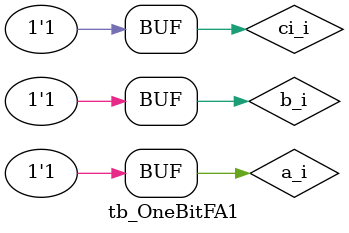
<source format=sv>
module tb_OneBitFA1;

//Input to design from TB
reg a_i;
reg b_i;
reg ci_i;

//Output signals from design to TB
wire sum_o;
wire co_o;

//Instantiate the design
OneBitFA1 OFA1 (
  .a_i(a_i),
  .b_i(b_i),
  .ci_i(ci_i),
  .sum_o(sum_o),
  .co_o(co_o)
);

// Test procedure
initial begin
  //Test cases
  #10 a_i = 0; b_i = 0; ci_i = 0;

  #10 a_i = 0; b_i = 0; ci_i = 1;

  #10 a_i = 0; b_i = 1; ci_i = 0;

  #10 a_i = 0; b_i = 1; ci_i = 1;

  #10 a_i = 1; b_i = 0; ci_i = 0;

  #10 a_i = 1; b_i = 0; ci_i = 1;

  #10 a_i = 1; b_i = 1; ci_i = 0;

  #10 a_i = 1; b_i = 1; ci_i = 1;

end
  
initial begin
  $dumpfile("dump.vcd");
  $dumpvars;			//dump all variables in testbench & design
end


endmodule

</source>
